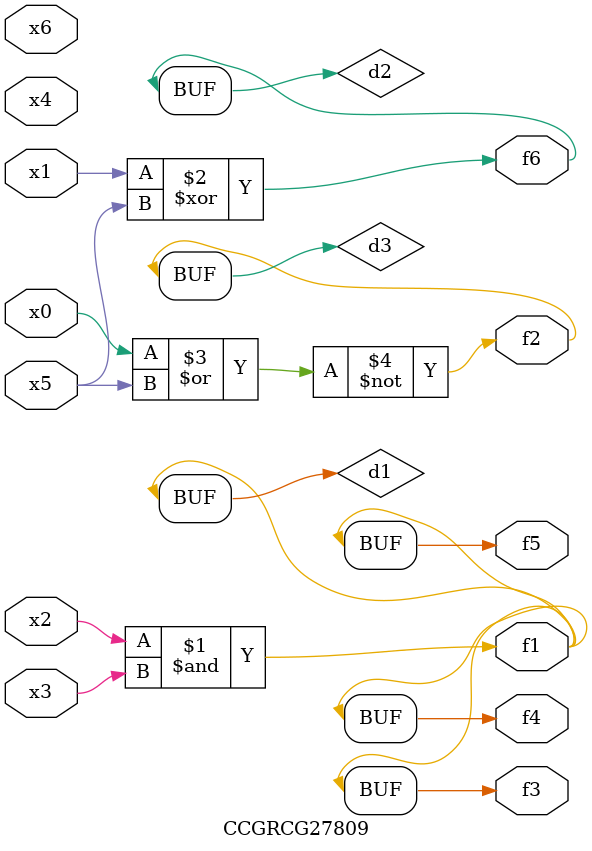
<source format=v>
module CCGRCG27809(
	input x0, x1, x2, x3, x4, x5, x6,
	output f1, f2, f3, f4, f5, f6
);

	wire d1, d2, d3;

	and (d1, x2, x3);
	xor (d2, x1, x5);
	nor (d3, x0, x5);
	assign f1 = d1;
	assign f2 = d3;
	assign f3 = d1;
	assign f4 = d1;
	assign f5 = d1;
	assign f6 = d2;
endmodule

</source>
